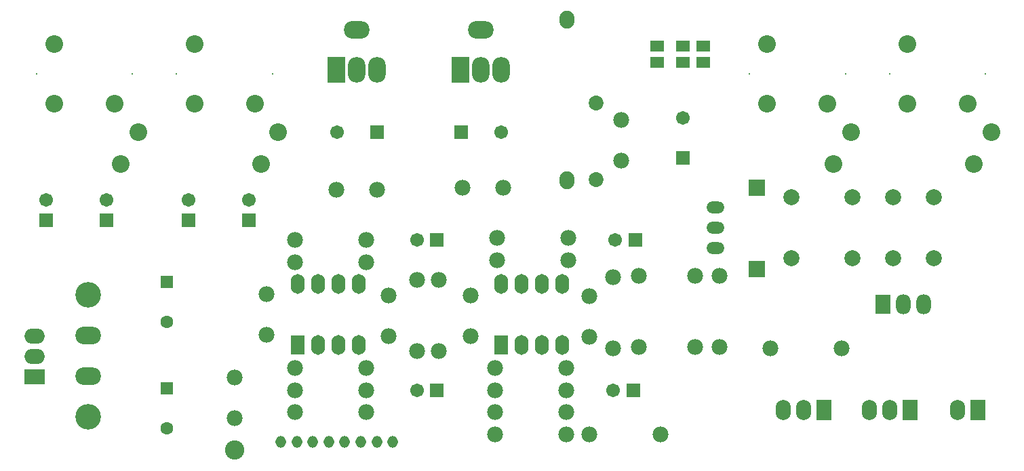
<source format=gbs>
G04 Layer_Color=16711935*
%FSLAX44Y44*%
%MOMM*%
G71*
G01*
G75*
%ADD56R,1.8034X1.4732*%
%ADD59O,1.9032X2.5032*%
%ADD60R,1.9032X2.5032*%
%ADD61O,1.8542X2.4892*%
%ADD62R,1.8542X2.4892*%
%ADD63C,1.9812*%
%ADD64C,2.4130*%
%ADD65R,1.7272X2.4892*%
%ADD66O,1.7272X2.4892*%
%ADD67O,3.2032X2.2032*%
%ADD68R,2.2032X3.2032*%
%ADD69O,2.2032X3.2032*%
%ADD70R,1.7032X1.7032*%
%ADD71C,1.7032*%
%ADD72R,1.7032X1.7032*%
%ADD73R,1.6032X1.6032*%
%ADD74C,1.6032*%
%ADD75C,1.8542*%
%ADD76O,1.8542X2.2352*%
%ADD77O,2.5032X1.9032*%
%ADD78R,2.5032X1.9032*%
%ADD79C,3.2032*%
%ADD80C,0.2032*%
%ADD81C,2.2032*%
%ADD82O,1.3020X1.5020*%
%ADD83C,2.0032*%
%ADD84O,2.2352X1.4732*%
%ADD85R,2.0032X2.0032*%
D56*
X597500Y-52340D02*
D03*
Y-72660D02*
D03*
X540000Y-52340D02*
D03*
Y-72660D02*
D03*
X572500Y-52340D02*
D03*
Y-72660D02*
D03*
D59*
X914800Y-507500D02*
D03*
X830000D02*
D03*
X804600D02*
D03*
X722500D02*
D03*
X697100D02*
D03*
D60*
X940200D02*
D03*
X855400D02*
D03*
X747900D02*
D03*
D61*
X872900Y-375000D02*
D03*
X847500D02*
D03*
D62*
X822100D02*
D03*
D63*
X12500Y-466700D02*
D03*
Y-517500D02*
D03*
X517500Y-340000D02*
D03*
Y-428900D02*
D03*
X543900Y-537500D02*
D03*
X455000D02*
D03*
X426400D02*
D03*
X337500D02*
D03*
X267500Y-345000D02*
D03*
Y-433900D02*
D03*
X307500Y-415400D02*
D03*
Y-364600D02*
D03*
X428900Y-320000D02*
D03*
X340000D02*
D03*
X428900Y-292500D02*
D03*
X340000D02*
D03*
X426400Y-482500D02*
D03*
X337500D02*
D03*
X426400Y-510000D02*
D03*
X337500D02*
D03*
X455000Y-365000D02*
D03*
Y-415800D02*
D03*
X485000Y-341100D02*
D03*
Y-430000D02*
D03*
X426400Y-455000D02*
D03*
X337500D02*
D03*
X52500Y-413300D02*
D03*
Y-362500D02*
D03*
X176400Y-322500D02*
D03*
X87500D02*
D03*
Y-295000D02*
D03*
X176400D02*
D03*
Y-482500D02*
D03*
X87500D02*
D03*
X176400Y-510000D02*
D03*
X87500D02*
D03*
X205000Y-364600D02*
D03*
Y-415400D02*
D03*
X240000Y-345000D02*
D03*
Y-433900D02*
D03*
X176400Y-455000D02*
D03*
X87500D02*
D03*
X770000Y-430000D02*
D03*
X681100D02*
D03*
X495000Y-195400D02*
D03*
Y-144600D02*
D03*
X139600Y-232500D02*
D03*
X190400D02*
D03*
X347900Y-230000D02*
D03*
X297100D02*
D03*
X617500Y-428900D02*
D03*
Y-340000D02*
D03*
X587500Y-428900D02*
D03*
Y-340000D02*
D03*
D64*
X12500Y-557500D02*
D03*
D65*
X345000Y-426200D02*
D03*
X91300D02*
D03*
D66*
X370400D02*
D03*
X395800D02*
D03*
X421200D02*
D03*
X345000Y-350000D02*
D03*
X370400D02*
D03*
X395800D02*
D03*
X421200D02*
D03*
X116700Y-426200D02*
D03*
X142100D02*
D03*
X167500D02*
D03*
X91300Y-350000D02*
D03*
X116700D02*
D03*
X142100D02*
D03*
X167500D02*
D03*
D67*
X165000Y-32500D02*
D03*
X-170000Y-465400D02*
D03*
Y-414600D02*
D03*
X320000Y-32500D02*
D03*
D68*
X139600Y-82500D02*
D03*
X294600D02*
D03*
D69*
X165000D02*
D03*
X190400D02*
D03*
X320000D02*
D03*
X345400D02*
D03*
D70*
X30000Y-270000D02*
D03*
X-45000D02*
D03*
X-147500D02*
D03*
X-222500Y-270000D02*
D03*
X572500Y-192500D02*
D03*
D71*
X30000Y-245000D02*
D03*
X-45000D02*
D03*
X487500Y-295000D02*
D03*
X485000Y-482500D02*
D03*
X-147500Y-245000D02*
D03*
X-222500Y-245000D02*
D03*
X240000Y-295000D02*
D03*
Y-482500D02*
D03*
X572500Y-142500D02*
D03*
X140000Y-160000D02*
D03*
X345000D02*
D03*
D72*
X512500Y-295000D02*
D03*
X510000Y-482500D02*
D03*
X265000Y-295000D02*
D03*
Y-482500D02*
D03*
X190000Y-160000D02*
D03*
X295000D02*
D03*
D73*
X-72500Y-347500D02*
D03*
Y-480000D02*
D03*
D74*
Y-397500D02*
D03*
Y-530000D02*
D03*
D75*
X463770Y-124240D02*
D03*
Y-219490D02*
D03*
D76*
X427500Y-220000D02*
D03*
Y-20000D02*
D03*
D77*
X-237500Y-415000D02*
D03*
Y-440400D02*
D03*
D78*
Y-465800D02*
D03*
D79*
X-170000Y-516200D02*
D03*
Y-363800D02*
D03*
D80*
X-235000Y-87500D02*
D03*
X-115000D02*
D03*
X60000D02*
D03*
X-60000D02*
D03*
X655000D02*
D03*
X775000D02*
D03*
X950000D02*
D03*
X830000D02*
D03*
D81*
X-212500Y-50000D02*
D03*
X-137500Y-125000D02*
D03*
X-212500D02*
D03*
X-108000Y-160000D02*
D03*
X-129500Y-200000D02*
D03*
X45500D02*
D03*
X67000Y-160000D02*
D03*
X-37500Y-125000D02*
D03*
X37500D02*
D03*
X-37500Y-50000D02*
D03*
X677500D02*
D03*
X752500Y-125000D02*
D03*
X677500D02*
D03*
X782000Y-160000D02*
D03*
X760500Y-200000D02*
D03*
X935500D02*
D03*
X957000Y-160000D02*
D03*
X852500Y-125000D02*
D03*
X927500D02*
D03*
X852500Y-50000D02*
D03*
D82*
X70000Y-547500D02*
D03*
X90000D02*
D03*
X110000D02*
D03*
X130000D02*
D03*
X150000D02*
D03*
X170000D02*
D03*
X190000D02*
D03*
X210000D02*
D03*
D83*
X707500Y-241300D02*
D03*
X783700D02*
D03*
X834500D02*
D03*
X885300D02*
D03*
Y-317500D02*
D03*
X834500D02*
D03*
X783700D02*
D03*
X707500D02*
D03*
D84*
X612500Y-254200D02*
D03*
Y-279600D02*
D03*
Y-305000D02*
D03*
D85*
X664360Y-330950D02*
D03*
Y-229350D02*
D03*
M02*

</source>
